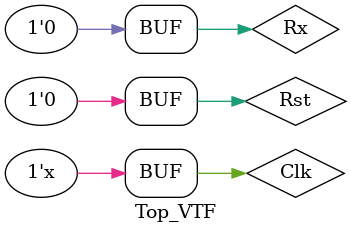
<source format=v>
`timescale 1ns / 1ps


module Top_VTF;

	// Inputs
	reg Clk;
	reg Rst;
	reg Rx;

	// Outputs
	wire Tx;

	// Instantiate the Unit Under Test (UUT)
	Top uut (
		.Clk(Clk), 
		.Rst(Rst), 
		.Rx(Rx), 
		.Tx(Tx)
	);

	 always
    begin
      #10 Clk = ~Clk; #10 Clk = ~Clk;
    end

	initial begin
		// Initialize Inputs
		Clk = 0;
		Rst = 0;
		Rx = 0;

		// Wait 100 ns for global reset to finish
		#100;
        
		// Add stimulus here
		Rst = 1;
		#30
		Rst = 0;

	
	end
      
endmodule


</source>
